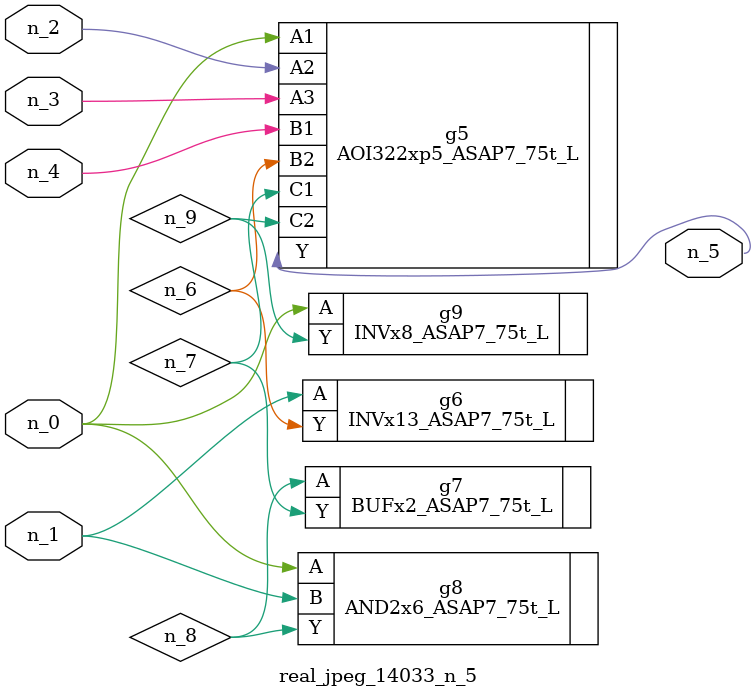
<source format=v>
module real_jpeg_14033_n_5 (n_4, n_0, n_1, n_2, n_3, n_5);

input n_4;
input n_0;
input n_1;
input n_2;
input n_3;

output n_5;

wire n_8;
wire n_6;
wire n_7;
wire n_9;

AOI322xp5_ASAP7_75t_L g5 ( 
.A1(n_0),
.A2(n_2),
.A3(n_3),
.B1(n_4),
.B2(n_6),
.C1(n_7),
.C2(n_9),
.Y(n_5)
);

AND2x6_ASAP7_75t_L g8 ( 
.A(n_0),
.B(n_1),
.Y(n_8)
);

INVx8_ASAP7_75t_L g9 ( 
.A(n_0),
.Y(n_9)
);

INVx13_ASAP7_75t_L g6 ( 
.A(n_1),
.Y(n_6)
);

BUFx2_ASAP7_75t_L g7 ( 
.A(n_8),
.Y(n_7)
);


endmodule
</source>
